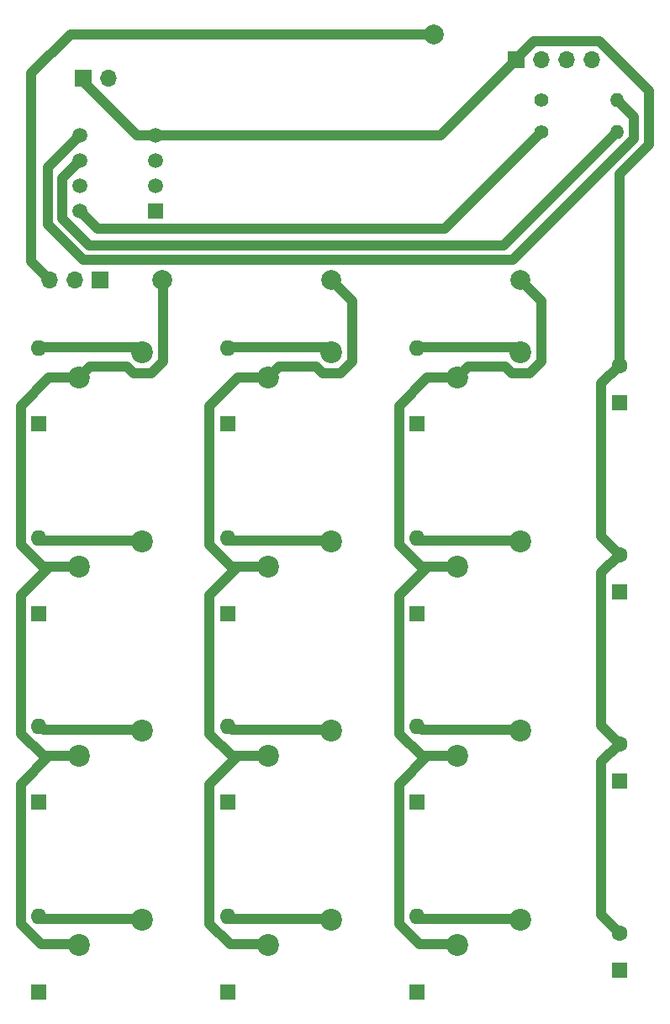
<source format=gbr>
%TF.GenerationSoftware,KiCad,Pcbnew,(6.0.5)*%
%TF.CreationDate,2022-08-13T18:51:57-04:00*%
%TF.ProjectId,Keypad_2Sides,4b657970-6164-45f3-9253-696465732e6b,rev?*%
%TF.SameCoordinates,Original*%
%TF.FileFunction,Copper,L2,Bot*%
%TF.FilePolarity,Positive*%
%FSLAX46Y46*%
G04 Gerber Fmt 4.6, Leading zero omitted, Abs format (unit mm)*
G04 Created by KiCad (PCBNEW (6.0.5)) date 2022-08-13 18:51:57*
%MOMM*%
%LPD*%
G01*
G04 APERTURE LIST*
%TA.AperFunction,ComponentPad*%
%ADD10C,2.200000*%
%TD*%
%TA.AperFunction,ComponentPad*%
%ADD11R,1.600000X1.600000*%
%TD*%
%TA.AperFunction,ComponentPad*%
%ADD12C,1.600000*%
%TD*%
%TA.AperFunction,ComponentPad*%
%ADD13O,1.600000X1.600000*%
%TD*%
%TA.AperFunction,ComponentPad*%
%ADD14C,1.400000*%
%TD*%
%TA.AperFunction,ComponentPad*%
%ADD15O,1.400000X1.400000*%
%TD*%
%TA.AperFunction,ComponentPad*%
%ADD16R,1.700000X1.700000*%
%TD*%
%TA.AperFunction,ComponentPad*%
%ADD17O,1.700000X1.700000*%
%TD*%
%TA.AperFunction,ComponentPad*%
%ADD18R,1.498600X1.498600*%
%TD*%
%TA.AperFunction,ComponentPad*%
%ADD19C,1.498600*%
%TD*%
%TA.AperFunction,ViaPad*%
%ADD20C,2.000000*%
%TD*%
%TA.AperFunction,Conductor*%
%ADD21C,1.000000*%
%TD*%
G04 APERTURE END LIST*
D10*
%TO.P,Col0_Row3,1,1*%
%TO.N,Net-(Col0_Row3-Pad1)*%
X26990000Y-125070000D03*
%TO.P,Col0_Row3,2,2*%
%TO.N,Col_0*%
X20640000Y-127610000D03*
%TD*%
%TO.P,Col2_Row1,1,1*%
%TO.N,Net-(Col2_Row1-Pad1)*%
X65090000Y-86970000D03*
%TO.P,Col2_Row1,2,2*%
%TO.N,Col_2*%
X58740000Y-89510000D03*
%TD*%
D11*
%TO.P,C3,1*%
%TO.N,Row_2*%
X75005302Y-111100000D03*
D12*
%TO.P,C3,2*%
%TO.N,GND*%
X75005302Y-107300000D03*
%TD*%
D11*
%TO.P,D9,1,K*%
%TO.N,Row_0*%
X54650000Y-75080000D03*
D13*
%TO.P,D9,2,A*%
%TO.N,Net-(Col2_Row0-Pad1)*%
X54650000Y-67460000D03*
%TD*%
D10*
%TO.P,Col0_Row2,1,1*%
%TO.N,Net-(Col0_Row2-Pad1)*%
X26990040Y-106020000D03*
%TO.P,Col0_Row2,2,2*%
%TO.N,Col_0*%
X20640040Y-108560000D03*
%TD*%
D11*
%TO.P,D1,1,K*%
%TO.N,Row_0*%
X16550000Y-75080000D03*
D13*
%TO.P,D1,2,A*%
%TO.N,Net-(Col0_Row0-Pad1)*%
X16550000Y-67460000D03*
%TD*%
D10*
%TO.P,Col0_Row1,1,1*%
%TO.N,Net-(Col0_Row1-Pad1)*%
X26990000Y-86970000D03*
%TO.P,Col0_Row1,2,2*%
%TO.N,Col_0*%
X20640000Y-89510000D03*
%TD*%
D14*
%TO.P,R2,1*%
%TO.N,VCC*%
X67140000Y-45700000D03*
D15*
%TO.P,R2,2*%
%TO.N,SCL*%
X74760000Y-45700000D03*
%TD*%
D11*
%TO.P,D2,1,K*%
%TO.N,Row_1*%
X16550000Y-94180000D03*
D13*
%TO.P,D2,2,A*%
%TO.N,Net-(Col0_Row1-Pad1)*%
X16550000Y-86560000D03*
%TD*%
D11*
%TO.P,D12,1,K*%
%TO.N,Row_3*%
X54650000Y-132280000D03*
D13*
%TO.P,D12,2,A*%
%TO.N,Net-(Col2_Row3-Pad1)*%
X54650000Y-124660000D03*
%TD*%
D10*
%TO.P,Col1_Row2,1,1*%
%TO.N,Net-(Col1_Row2-Pad1)*%
X46040000Y-106020000D03*
%TO.P,Col1_Row2,2,2*%
%TO.N,Col_1*%
X39690000Y-108560000D03*
%TD*%
D11*
%TO.P,D6,1,K*%
%TO.N,Row_1*%
X35550000Y-94180000D03*
D13*
%TO.P,D6,2,A*%
%TO.N,Net-(Col1_Row1-Pad1)*%
X35550000Y-86560000D03*
%TD*%
D16*
%TO.P,LED_Header1,1,Pin_1*%
%TO.N,GND*%
X22740000Y-60600000D03*
D17*
%TO.P,LED_Header1,2,Pin_2*%
%TO.N,Net-(LED_Header1-Pad2)*%
X20200000Y-60600000D03*
%TO.P,LED_Header1,3,Pin_3*%
%TO.N,Net-(LED_Header1-Pad3)*%
X17660000Y-60600000D03*
%TD*%
D11*
%TO.P,C2,1*%
%TO.N,Row_1*%
X75005302Y-92050000D03*
D12*
%TO.P,C2,2*%
%TO.N,GND*%
X75005302Y-88250000D03*
%TD*%
D11*
%TO.P,D4,1,K*%
%TO.N,Row_3*%
X16550000Y-132280000D03*
D13*
%TO.P,D4,2,A*%
%TO.N,Net-(Col0_Row3-Pad1)*%
X16550000Y-124660000D03*
%TD*%
D10*
%TO.P,Col1_Row3,1,1*%
%TO.N,Net-(Col1_Row3-Pad1)*%
X46040000Y-125070000D03*
%TO.P,Col1_Row3,2,2*%
%TO.N,Col_1*%
X39690000Y-127610000D03*
%TD*%
D11*
%TO.P,D8,1,K*%
%TO.N,Row_3*%
X35550000Y-132280000D03*
D13*
%TO.P,D8,2,A*%
%TO.N,Net-(Col1_Row3-Pad1)*%
X35550000Y-124660000D03*
%TD*%
D10*
%TO.P,Col0_Row0,1,1*%
%TO.N,Net-(Col0_Row0-Pad1)*%
X26990000Y-67920000D03*
%TO.P,Col0_Row0,2,2*%
%TO.N,Col_0*%
X20640000Y-70460000D03*
%TD*%
D16*
%TO.P,USER_BTN1,1,1*%
%TO.N,GND*%
X21000000Y-40300000D03*
D17*
%TO.P,USER_BTN1,2,2*%
%TO.N,Net-(MCU1-Pad4)*%
X23540000Y-40300000D03*
%TD*%
D10*
%TO.P,Col2_Row0,1,1*%
%TO.N,Net-(Col2_Row0-Pad1)*%
X65090000Y-67920000D03*
%TO.P,Col2_Row0,2,2*%
%TO.N,Col_2*%
X58740000Y-70460000D03*
%TD*%
D18*
%TO.P,Memory1,1,NC*%
%TO.N,unconnected-(Memory1-Pad1)*%
X28300000Y-53662180D03*
D19*
%TO.P,Memory1,2,NC*%
%TO.N,unconnected-(Memory1-Pad2)*%
X28300000Y-51122180D03*
%TO.P,Memory1,3,NC*%
%TO.N,unconnected-(Memory1-Pad3)*%
X28300000Y-48582180D03*
%TO.P,Memory1,4,VSS*%
%TO.N,GND*%
X28300000Y-46042180D03*
%TO.P,Memory1,5,SDA*%
%TO.N,SDA*%
X20680000Y-46042180D03*
%TO.P,Memory1,6,SCL*%
%TO.N,SCL*%
X20680000Y-48582180D03*
%TO.P,Memory1,7,WP*%
%TO.N,GND*%
X20680000Y-51122180D03*
%TO.P,Memory1,8,VCC*%
%TO.N,VCC*%
X20680000Y-53662180D03*
%TD*%
D11*
%TO.P,C4,1*%
%TO.N,Row_3*%
X75005302Y-130150000D03*
D12*
%TO.P,C4,2*%
%TO.N,GND*%
X75005302Y-126350000D03*
%TD*%
D14*
%TO.P,R1,1*%
%TO.N,VCC*%
X67140000Y-42500000D03*
D15*
%TO.P,R1,2*%
%TO.N,SDA*%
X74760000Y-42500000D03*
%TD*%
D10*
%TO.P,Col1_Row0,1,1*%
%TO.N,Net-(Col1_Row0-Pad1)*%
X46040000Y-67920000D03*
%TO.P,Col1_Row0,2,2*%
%TO.N,Col_1*%
X39690000Y-70460000D03*
%TD*%
D11*
%TO.P,C1,1*%
%TO.N,Row_0*%
X75005302Y-73000000D03*
D12*
%TO.P,C1,2*%
%TO.N,GND*%
X75005302Y-69200000D03*
%TD*%
D11*
%TO.P,D5,1,K*%
%TO.N,Row_0*%
X35550000Y-75080000D03*
D13*
%TO.P,D5,2,A*%
%TO.N,Net-(Col1_Row0-Pad1)*%
X35550000Y-67460000D03*
%TD*%
D11*
%TO.P,D7,1,K*%
%TO.N,Row_2*%
X35550000Y-113180000D03*
D13*
%TO.P,D7,2,A*%
%TO.N,Net-(Col1_Row2-Pad1)*%
X35550000Y-105560000D03*
%TD*%
D10*
%TO.P,Col2_Row2,1,1*%
%TO.N,Net-(Col2_Row2-Pad1)*%
X65089960Y-106020000D03*
%TO.P,Col2_Row2,2,2*%
%TO.N,Col_2*%
X58739960Y-108560000D03*
%TD*%
%TO.P,Col1_Row1,1,1*%
%TO.N,Net-(Col1_Row1-Pad1)*%
X46040032Y-86970000D03*
%TO.P,Col1_Row1,2,2*%
%TO.N,Col_1*%
X39690032Y-89510000D03*
%TD*%
%TO.P,Col2_Row3,1,1*%
%TO.N,Net-(Col2_Row3-Pad1)*%
X65090000Y-125070000D03*
%TO.P,Col2_Row3,2,2*%
%TO.N,Col_2*%
X58740000Y-127610000D03*
%TD*%
D11*
%TO.P,D11,1,K*%
%TO.N,Row_2*%
X54650000Y-113180000D03*
D13*
%TO.P,D11,2,A*%
%TO.N,Net-(Col2_Row2-Pad1)*%
X54650000Y-105560000D03*
%TD*%
D11*
%TO.P,D3,1,K*%
%TO.N,Row_2*%
X16550000Y-113180000D03*
D13*
%TO.P,D3,2,A*%
%TO.N,Net-(Col0_Row2-Pad1)*%
X16550000Y-105560000D03*
%TD*%
D11*
%TO.P,D10,1,K*%
%TO.N,Row_1*%
X54650000Y-94180000D03*
D13*
%TO.P,D10,2,A*%
%TO.N,Net-(Col2_Row1-Pad1)*%
X54650000Y-86560000D03*
%TD*%
D16*
%TO.P,OLED_Header1,1,Pin_1*%
%TO.N,GND*%
X64600000Y-38422180D03*
D17*
%TO.P,OLED_Header1,2,Pin_2*%
%TO.N,VCC*%
X67140000Y-38422180D03*
%TO.P,OLED_Header1,3,Pin_3*%
%TO.N,SCL*%
X69680000Y-38422180D03*
%TO.P,OLED_Header1,4,Pin_4*%
%TO.N,SDA*%
X72220000Y-38422180D03*
%TD*%
D20*
%TO.N,Col_0*%
X28990000Y-60600000D03*
%TO.N,Col_1*%
X46040000Y-60600000D03*
%TO.N,Col_2*%
X65090000Y-60600000D03*
%TO.N,Net-(LED_Header1-Pad3)*%
X56300000Y-35882180D03*
%TD*%
D21*
%TO.N,GND*%
X75005302Y-126350000D02*
X73205791Y-124550489D01*
X75005302Y-69200000D02*
X75005302Y-49978799D01*
X56980000Y-46042180D02*
X64600000Y-38422180D01*
X73205791Y-109099511D02*
X75005302Y-107300000D01*
X75005302Y-88250000D02*
X73205791Y-86450489D01*
X78000000Y-46984101D02*
X78000000Y-41586575D01*
X78000000Y-41586575D02*
X72986094Y-36572669D01*
X26442180Y-46042180D02*
X28300000Y-46042180D01*
X73205791Y-86450489D02*
X73205791Y-70999511D01*
X73205791Y-70999511D02*
X75005302Y-69200000D01*
X73205791Y-124550489D02*
X73205791Y-109099511D01*
X73205791Y-90049511D02*
X75005302Y-88250000D01*
X72986094Y-36572669D02*
X66373906Y-36572669D01*
X21000000Y-40600000D02*
X26442180Y-46042180D01*
X75005302Y-49978799D02*
X78000000Y-46984101D01*
X21000000Y-40300000D02*
X21000000Y-40600000D01*
X64600000Y-38346575D02*
X64600000Y-38422180D01*
X28300000Y-46042180D02*
X56980000Y-46042180D01*
X73205791Y-105500489D02*
X73205791Y-90049511D01*
X75005302Y-107300000D02*
X73205791Y-105500489D01*
X66373906Y-36572669D02*
X64600000Y-38346575D01*
%TO.N,Net-(Col0_Row0-Pad1)*%
X16550000Y-67350000D02*
X26530000Y-67350000D01*
X26530000Y-67350000D02*
X26990000Y-67810000D01*
%TO.N,Col_0*%
X27859647Y-70019511D02*
X29089511Y-68789647D01*
X29089511Y-60699511D02*
X28990000Y-60600000D01*
X17570978Y-108560000D02*
X20640040Y-108560000D01*
X14750489Y-92380489D02*
X14750489Y-106305383D01*
X14750489Y-87305383D02*
X14750489Y-73280489D01*
X20640000Y-70460000D02*
X21739999Y-69360001D01*
X14750489Y-106305383D02*
X17005106Y-108560000D01*
X29089511Y-68789647D02*
X29089511Y-60699511D01*
X16955106Y-89510000D02*
X14750489Y-87305383D01*
X16800000Y-127500000D02*
X14750489Y-125450489D01*
X25460001Y-69360001D02*
X26119511Y-70019511D01*
X17005106Y-108560000D02*
X17570978Y-108560000D01*
X17620978Y-89510000D02*
X14750489Y-92380489D01*
X14750489Y-125450489D02*
X14750489Y-111380489D01*
X21739999Y-69360001D02*
X25460001Y-69360001D01*
X20640000Y-127500000D02*
X16800000Y-127500000D01*
X26119511Y-70019511D02*
X27859647Y-70019511D01*
X14750489Y-111380489D02*
X17570978Y-108560000D01*
X17570978Y-70460000D02*
X20640000Y-70460000D01*
X17620978Y-89510000D02*
X20640000Y-89510000D01*
X14750489Y-73280489D02*
X17570978Y-70460000D01*
X17620978Y-89510000D02*
X16955106Y-89510000D01*
%TO.N,Net-(Col0_Row1-Pad1)*%
X16960000Y-86860000D02*
X16550000Y-86450000D01*
X26990000Y-86860000D02*
X16960000Y-86860000D01*
%TO.N,Net-(Col0_Row2-Pad1)*%
X17010000Y-105910000D02*
X16550000Y-105450000D01*
X26990040Y-105910000D02*
X17010000Y-105910000D01*
%TO.N,Net-(Col0_Row3-Pad1)*%
X16960000Y-124960000D02*
X16550000Y-124550000D01*
X26990000Y-124960000D02*
X16960000Y-124960000D01*
%TO.N,Net-(Col1_Row0-Pad1)*%
X35550000Y-67350000D02*
X45580000Y-67350000D01*
X45580000Y-67350000D02*
X46040000Y-67810000D01*
%TO.N,Col_1*%
X36570978Y-70460000D02*
X39690000Y-70460000D01*
X40789999Y-69360001D02*
X44460001Y-69360001D01*
X36620978Y-89510000D02*
X35955106Y-89510000D01*
X33750489Y-92380489D02*
X33750489Y-106305383D01*
X48139511Y-68789647D02*
X48139511Y-62699511D01*
X48139511Y-62699511D02*
X46040000Y-60600000D01*
X33750489Y-87305383D02*
X33750489Y-73280489D01*
X36005106Y-108560000D02*
X36570978Y-108560000D01*
X35800000Y-127500000D02*
X33750489Y-125450489D01*
X33750489Y-111380489D02*
X36570978Y-108560000D01*
X33750489Y-125450489D02*
X33750489Y-111380489D01*
X36620978Y-89510000D02*
X33750489Y-92380489D01*
X39690000Y-127500000D02*
X35800000Y-127500000D01*
X44460001Y-69360001D02*
X45119511Y-70019511D01*
X33750489Y-73280489D02*
X36570978Y-70460000D01*
X36570978Y-108560000D02*
X39690000Y-108560000D01*
X33750489Y-106305383D02*
X36005106Y-108560000D01*
X35955106Y-89510000D02*
X33750489Y-87305383D01*
X39690000Y-70460000D02*
X40789999Y-69360001D01*
X45119511Y-70019511D02*
X46909647Y-70019511D01*
X36620978Y-89510000D02*
X39690032Y-89510000D01*
X46909647Y-70019511D02*
X48139511Y-68789647D01*
%TO.N,Net-(Col1_Row1-Pad1)*%
X35960000Y-86860000D02*
X35550000Y-86450000D01*
X46040032Y-86860000D02*
X35960000Y-86860000D01*
%TO.N,Net-(Col1_Row2-Pad1)*%
X36010000Y-105910000D02*
X35550000Y-105450000D01*
X46040000Y-105910000D02*
X36010000Y-105910000D01*
%TO.N,Net-(Col1_Row3-Pad1)*%
X35960000Y-124960000D02*
X35550000Y-124550000D01*
X46040000Y-124960000D02*
X35960000Y-124960000D01*
%TO.N,Net-(Col2_Row0-Pad1)*%
X64630000Y-67350000D02*
X65090000Y-67810000D01*
X54650000Y-67350000D02*
X64630000Y-67350000D01*
%TO.N,Col_2*%
X55670978Y-108560000D02*
X58739960Y-108560000D01*
X58740000Y-70460000D02*
X59839999Y-69360001D01*
X58740000Y-127500000D02*
X54877553Y-127500000D01*
X55670978Y-70460000D02*
X52850489Y-73280489D01*
X64220353Y-70019511D02*
X65959647Y-70019511D01*
X65959647Y-70019511D02*
X67189511Y-68789647D01*
X58740000Y-70460000D02*
X55670978Y-70460000D01*
X55720978Y-89510000D02*
X58740000Y-89510000D01*
X52850489Y-111380489D02*
X55670978Y-108560000D01*
X67189511Y-62699511D02*
X65090000Y-60600000D01*
X52850489Y-106305383D02*
X55105106Y-108560000D01*
X55720978Y-89510000D02*
X52850489Y-92380489D01*
X59839999Y-69360001D02*
X63560843Y-69360001D01*
X54877553Y-127500000D02*
X52850489Y-125472936D01*
X55720978Y-89510000D02*
X55055106Y-89510000D01*
X52850489Y-125472936D02*
X52850489Y-111380489D01*
X52850489Y-87305383D02*
X52850489Y-73280489D01*
X67189511Y-68789647D02*
X67189511Y-62699511D01*
X63560843Y-69360001D02*
X64220353Y-70019511D01*
X52850489Y-92380489D02*
X52850489Y-106305383D01*
X55105106Y-108560000D02*
X55670978Y-108560000D01*
X55055106Y-89510000D02*
X52850489Y-87305383D01*
%TO.N,Net-(Col2_Row1-Pad1)*%
X55060000Y-86860000D02*
X54650000Y-86450000D01*
X65090000Y-86860000D02*
X55060000Y-86860000D01*
%TO.N,Net-(Col2_Row2-Pad1)*%
X65089960Y-105910000D02*
X55110000Y-105910000D01*
X55110000Y-105910000D02*
X54650000Y-105450000D01*
%TO.N,Net-(Col2_Row3-Pad1)*%
X65090000Y-124960000D02*
X55060000Y-124960000D01*
X55060000Y-124960000D02*
X54650000Y-124550000D01*
%TO.N,VCC*%
X57429009Y-55410991D02*
X67140000Y-45700000D01*
X20680000Y-53662180D02*
X22428811Y-55410991D01*
X22428811Y-55410991D02*
X57429009Y-55410991D01*
%TO.N,SCL*%
X18931189Y-54386562D02*
X18931189Y-50330991D01*
X63360000Y-57100000D02*
X21644627Y-57100000D01*
X74760000Y-45700000D02*
X63360000Y-57100000D01*
X21644627Y-57100000D02*
X18931189Y-54386562D01*
X18931189Y-50330991D02*
X20680000Y-48582180D01*
%TO.N,SDA*%
X76459511Y-44199511D02*
X76459511Y-46403962D01*
X21023495Y-58599510D02*
X17431669Y-55007684D01*
X74760000Y-42500000D02*
X76459511Y-44199511D01*
X76459511Y-46403962D02*
X64263963Y-58599510D01*
X64263963Y-58599510D02*
X21023495Y-58599510D01*
X17431669Y-55007684D02*
X17431669Y-49290511D01*
X17431669Y-49290511D02*
X20680000Y-46042180D01*
%TO.N,Net-(LED_Header1-Pad3)*%
X15800000Y-39800000D02*
X15800000Y-58740000D01*
X19717820Y-35882180D02*
X15800000Y-39800000D01*
X15800000Y-58740000D02*
X17660000Y-60600000D01*
X56300000Y-35882180D02*
X19717820Y-35882180D01*
%TD*%
M02*

</source>
